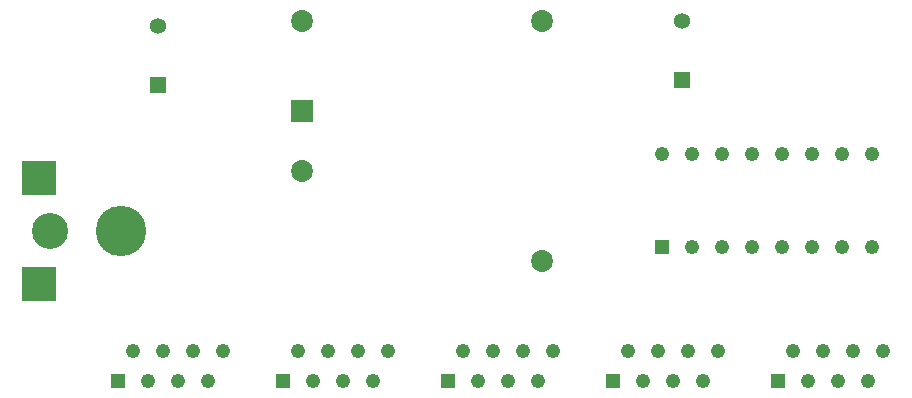
<source format=gbr>
G04 Generated by Ultiboard 14.1 *
%FSLAX24Y24*%
%MOIN*%

%ADD10C,0.0001*%
%ADD11R,0.0490X0.0490*%
%ADD12C,0.0490*%
%ADD13R,0.0731X0.0731*%
%ADD14C,0.0731*%
%ADD15R,0.0534X0.0534*%
%ADD16C,0.0534*%
%ADD17R,0.1124X0.1124*%
%ADD18C,0.1206*%
%ADD19C,0.1681*%


G04 ColorRGB FF00CC for the following layer *
%LNSolder Mask Top*%
%LPD*%
G54D10*
G54D11*
X22920Y9460D03*
X4780Y4990D03*
X10280Y4990D03*
X15780Y4990D03*
X21280Y4990D03*
X26780Y4990D03*
G54D12*
X23920Y9460D03*
X24920Y9460D03*
X25920Y9460D03*
X26920Y9460D03*
X27920Y9460D03*
X28920Y9460D03*
X29920Y9460D03*
X22920Y12558D03*
X23920Y12558D03*
X24920Y12558D03*
X25920Y12558D03*
X26920Y12558D03*
X27920Y12558D03*
X28920Y12558D03*
X29920Y12558D03*
X5780Y4990D03*
X6780Y4990D03*
X7780Y4990D03*
X5280Y5990D03*
X6280Y5990D03*
X7280Y5990D03*
X8280Y5990D03*
X11280Y4990D03*
X12280Y4990D03*
X13280Y4990D03*
X10780Y5990D03*
X11780Y5990D03*
X12780Y5990D03*
X13780Y5990D03*
X16780Y4990D03*
X17780Y4990D03*
X18780Y4990D03*
X16280Y5990D03*
X17280Y5990D03*
X18280Y5990D03*
X19280Y5990D03*
X22280Y4990D03*
X23280Y4990D03*
X24280Y4990D03*
X21780Y5990D03*
X22780Y5990D03*
X23780Y5990D03*
X24780Y5990D03*
X27780Y4990D03*
X28780Y4990D03*
X29780Y4990D03*
X27280Y5990D03*
X28280Y5990D03*
X29280Y5990D03*
X30280Y5990D03*
G54D13*
X10920Y14010D03*
G54D14*
X10920Y12010D03*
X18920Y9010D03*
X18920Y17010D03*
X10920Y17010D03*
G54D15*
X6110Y14860D03*
X23580Y15040D03*
G54D16*
X6110Y16829D03*
X23580Y17009D03*
G54D17*
X2144Y8228D03*
X2144Y11772D03*
G54D18*
X2538Y10000D03*
G54D19*
X4900Y10000D03*

M02*

</source>
